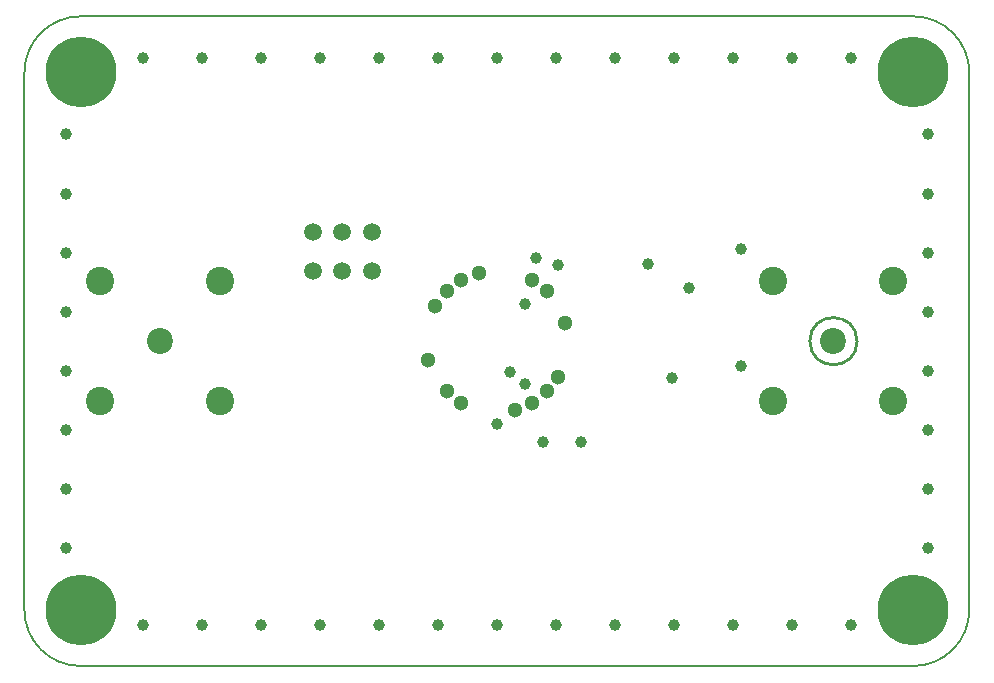
<source format=gbs>
G04*
G04 #@! TF.GenerationSoftware,Altium Limited,CircuitStudio,1.5.2 (30)*
G04*
G04 Layer_Color=8150272*
%FSLAX25Y25*%
%MOIN*%
G70*
G01*
G75*
%ADD21C,0.00500*%
%ADD22C,0.23622*%
%ADD23C,0.05118*%
%ADD24C,0.05906*%
%ADD25C,0.08661*%
%ADD26C,0.09449*%
%ADD27C,0.03937*%
%ADD31C,0.01000*%
D21*
X98425Y117126D02*
G03*
X117126Y98425I18701J0D01*
G01*
X394685D02*
G03*
X413386Y117126I0J18701D01*
G01*
Y296260D02*
G03*
X394685Y314961I-18701J0D01*
G01*
X117126D02*
G03*
X98425Y296260I0J-18701D01*
G01*
X413386Y117126D02*
Y296260D01*
X117126Y314961D02*
X394685D01*
X117126Y98425D02*
X394685D01*
X98425Y117126D02*
Y296260D01*
D22*
X117126D02*
D03*
X394685D02*
D03*
Y117126D02*
D03*
X117126D02*
D03*
D23*
X249792Y229510D02*
D03*
X262019Y183876D02*
D03*
X244094Y186236D02*
D03*
X239202Y189990D02*
D03*
X233088Y200579D02*
D03*
X235448Y218504D02*
D03*
X239202Y223396D02*
D03*
X244094Y227150D02*
D03*
X267717Y227150D02*
D03*
X272609Y223396D02*
D03*
X278723Y212807D02*
D03*
X276363Y194882D02*
D03*
X272609Y189990D02*
D03*
X267717Y186236D02*
D03*
D24*
X194583Y242921D02*
D03*
X204425D02*
D03*
X214268D02*
D03*
X194583Y229929D02*
D03*
X204425D02*
D03*
X214268D02*
D03*
D25*
X368110Y206693D02*
D03*
X143701D02*
D03*
D26*
X348110Y186693D02*
D03*
Y226693D02*
D03*
X388110D02*
D03*
Y186693D02*
D03*
X123701Y226693D02*
D03*
Y186693D02*
D03*
X163701D02*
D03*
Y226693D02*
D03*
D27*
X271425Y172925D02*
D03*
X276425Y231925D02*
D03*
X306425Y232425D02*
D03*
X283925Y172925D02*
D03*
X265425Y192425D02*
D03*
X260425Y196425D02*
D03*
X255906Y179134D02*
D03*
X265225Y219225D02*
D03*
X319882Y224410D02*
D03*
X374016Y301181D02*
D03*
X137795D02*
D03*
X354331D02*
D03*
X334646D02*
D03*
X314961D02*
D03*
X295276D02*
D03*
X275590D02*
D03*
X255906D02*
D03*
X236221D02*
D03*
X216535D02*
D03*
X196850D02*
D03*
X177165D02*
D03*
X157480D02*
D03*
X399606Y275590D02*
D03*
Y255906D02*
D03*
Y236221D02*
D03*
Y216535D02*
D03*
Y196850D02*
D03*
Y177165D02*
D03*
Y157480D02*
D03*
Y137795D02*
D03*
X374016Y112205D02*
D03*
X354331D02*
D03*
X334646D02*
D03*
X314961D02*
D03*
X295276D02*
D03*
X275590D02*
D03*
X255906D02*
D03*
X236221D02*
D03*
X216535D02*
D03*
X196850D02*
D03*
X177165D02*
D03*
X157480D02*
D03*
X137795D02*
D03*
X112205Y275590D02*
D03*
Y255906D02*
D03*
Y236221D02*
D03*
Y216535D02*
D03*
Y196850D02*
D03*
Y177165D02*
D03*
Y157480D02*
D03*
Y137795D02*
D03*
X337425Y237425D02*
D03*
X314425Y194425D02*
D03*
X268925Y234425D02*
D03*
X337425Y198425D02*
D03*
D31*
X375984Y206693D02*
G03*
X375984Y206693I-7874J0D01*
G01*
M02*

</source>
